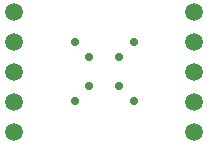
<source format=gbr>
%TF.GenerationSoftware,KiCad,Pcbnew,7.0.5-0*%
%TF.CreationDate,2023-06-21T09:58:00-04:00*%
%TF.ProjectId,chip_carrier,63686970-5f63-4617-9272-6965722e6b69,rev?*%
%TF.SameCoordinates,Original*%
%TF.FileFunction,Soldermask,Top*%
%TF.FilePolarity,Negative*%
%FSLAX46Y46*%
G04 Gerber Fmt 4.6, Leading zero omitted, Abs format (unit mm)*
G04 Created by KiCad (PCBNEW 7.0.5-0) date 2023-06-21 09:58:00*
%MOMM*%
%LPD*%
G01*
G04 APERTURE LIST*
%ADD10C,0.700000*%
%ADD11C,1.500000*%
G04 APERTURE END LIST*
D10*
%TO.C,D1*%
X83880000Y-63520000D03*
X83880000Y-68520000D03*
X85130000Y-64770000D03*
X85130000Y-67270000D03*
X87630000Y-64770000D03*
X87630000Y-67270000D03*
X88880000Y-63520000D03*
X88880000Y-68520000D03*
%TD*%
D11*
%TO.C,J2*%
X93980000Y-71120000D03*
X93980000Y-68580000D03*
X93980000Y-66040000D03*
X93980000Y-63500000D03*
X93980000Y-60960000D03*
%TD*%
%TO.C,J1*%
X78740000Y-60960000D03*
X78740000Y-63500000D03*
X78740000Y-66040000D03*
X78740000Y-68580000D03*
X78740000Y-71120000D03*
%TD*%
M02*

</source>
